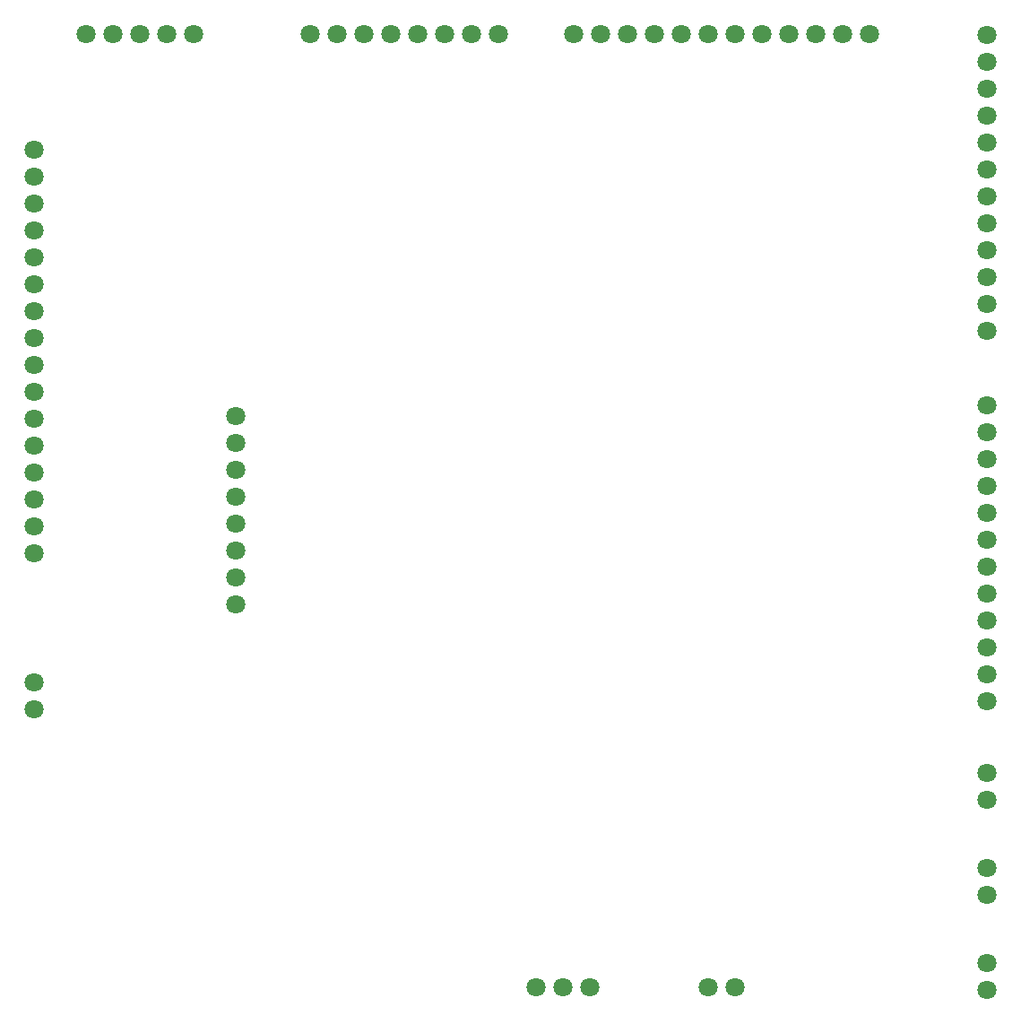
<source format=gbr>
G04 Layer_Color=16711935*
%FSLAX23Y23*%
%MOIN*%
%TF.FileFunction,Soldermask,Bot*%
%TF.Part,Single*%
G01*
G75*
%TA.AperFunction,ViaPad*%
%ADD53C,0.071*%
D53*
X2165Y5278D02*
D03*
Y5178D02*
D03*
Y5078D02*
D03*
Y4978D02*
D03*
Y4878D02*
D03*
Y4578D02*
D03*
Y4678D02*
D03*
Y4778D02*
D03*
Y4378D02*
D03*
Y4278D02*
D03*
Y4178D02*
D03*
Y4478D02*
D03*
Y4078D02*
D03*
Y3778D02*
D03*
Y3878D02*
D03*
Y3978D02*
D03*
X5709Y2963D02*
D03*
Y2863D02*
D03*
X4674Y2165D02*
D03*
X4774D02*
D03*
X2759Y5709D02*
D03*
X2659D02*
D03*
X2559D02*
D03*
X2459D02*
D03*
X2359D02*
D03*
X5709Y2609D02*
D03*
Y2509D02*
D03*
X4034Y2165D02*
D03*
X4134D02*
D03*
X4234D02*
D03*
X5274Y5709D02*
D03*
X5174D02*
D03*
X5074D02*
D03*
X4974D02*
D03*
X4874D02*
D03*
X4574D02*
D03*
X4674D02*
D03*
X4774D02*
D03*
X4374D02*
D03*
X4274D02*
D03*
X4174D02*
D03*
X4474D02*
D03*
X3193D02*
D03*
X3293D02*
D03*
X3393D02*
D03*
X3493D02*
D03*
X3593D02*
D03*
X3893D02*
D03*
X3793D02*
D03*
X3693D02*
D03*
X2165Y3198D02*
D03*
Y3298D02*
D03*
X5709Y2155D02*
D03*
Y2255D02*
D03*
Y5707D02*
D03*
Y5607D02*
D03*
Y5507D02*
D03*
Y5407D02*
D03*
Y5307D02*
D03*
Y5007D02*
D03*
Y5107D02*
D03*
Y5207D02*
D03*
Y4807D02*
D03*
Y4707D02*
D03*
Y4607D02*
D03*
Y4907D02*
D03*
X2915Y4290D02*
D03*
Y4190D02*
D03*
Y4090D02*
D03*
Y3990D02*
D03*
Y3890D02*
D03*
Y3590D02*
D03*
Y3690D02*
D03*
Y3790D02*
D03*
X5709Y4330D02*
D03*
Y4230D02*
D03*
Y4130D02*
D03*
Y4030D02*
D03*
Y3930D02*
D03*
Y3630D02*
D03*
Y3730D02*
D03*
Y3830D02*
D03*
Y3430D02*
D03*
Y3330D02*
D03*
Y3230D02*
D03*
Y3530D02*
D03*
%TF.MD5,7B876EDAFBD481669C816075A565646A*%
M02*

</source>
